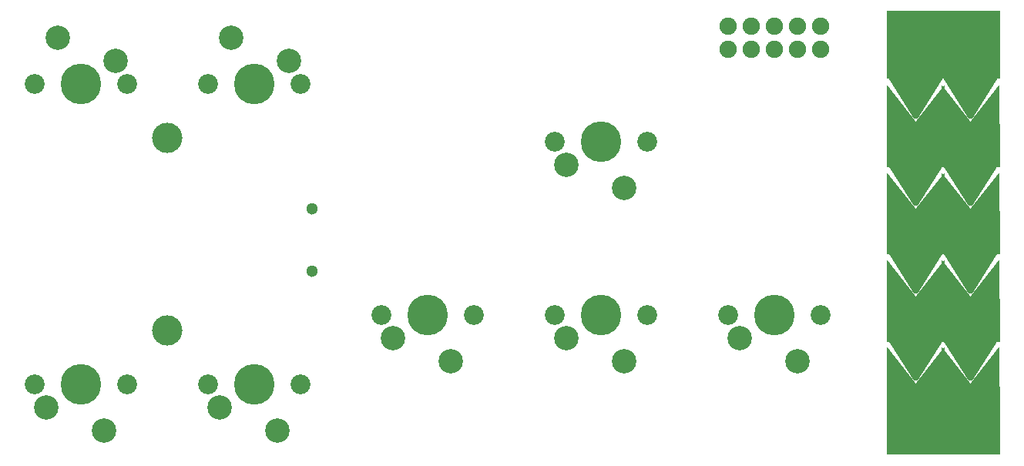
<source format=gbr>
G04 #@! TF.FileFunction,Soldermask,Bot*
%FSLAX46Y46*%
G04 Gerber Fmt 4.6, Leading zero omitted, Abs format (unit mm)*
G04 Created by KiCad (PCBNEW 4.0.4-stable) date 10/20/17 22:24:28*
%MOMM*%
%LPD*%
G01*
G04 APERTURE LIST*
%ADD10C,0.100000*%
%ADD11C,3.321000*%
%ADD12C,2.178000*%
%ADD13C,2.686000*%
%ADD14C,4.464000*%
%ADD15C,1.900000*%
%ADD16R,6.400000X7.566666*%
%ADD17R,6.400000X4.700000*%
%ADD18C,1.300000*%
G04 APERTURE END LIST*
D10*
D11*
X98425000Y-112153700D03*
X98425000Y-91046300D03*
D12*
X140970000Y-110490000D03*
X151130000Y-110490000D03*
D13*
X142240000Y-113030000D03*
X148590000Y-115570000D03*
D14*
X146050000Y-110490000D03*
D12*
X160020000Y-110490000D03*
X170180000Y-110490000D03*
D13*
X161290000Y-113030000D03*
X167640000Y-115570000D03*
D14*
X165100000Y-110490000D03*
D12*
X121920000Y-110490000D03*
X132080000Y-110490000D03*
D13*
X123190000Y-113030000D03*
X129540000Y-115570000D03*
D14*
X127000000Y-110490000D03*
D15*
X160020000Y-78740000D03*
X160020000Y-81280000D03*
X162560000Y-78740000D03*
X162560000Y-81280000D03*
X165100000Y-78740000D03*
X165100000Y-81280000D03*
X167640000Y-78740000D03*
X167640000Y-81280000D03*
X170180000Y-78740000D03*
X170180000Y-81280000D03*
D16*
X186690000Y-122083333D03*
D10*
G36*
X186890000Y-118700000D02*
X183490000Y-123000000D01*
X183490000Y-114000000D01*
X186890000Y-118300000D01*
X186890000Y-118700000D01*
X186890000Y-118700000D01*
G37*
G36*
X189890000Y-123000000D02*
X186490000Y-118700000D01*
X186490000Y-118300000D01*
X189890000Y-114000000D01*
X189890000Y-123000000D01*
X189890000Y-123000000D01*
G37*
D17*
X186690000Y-111050000D03*
D10*
G36*
X186890000Y-109100000D02*
X183490000Y-113400000D01*
X183490000Y-104400000D01*
X186890000Y-108700000D01*
X186890000Y-109100000D01*
X186890000Y-109100000D01*
G37*
G36*
X189890000Y-113400000D02*
X186490000Y-109100000D01*
X186490000Y-108700000D01*
X189890000Y-104400000D01*
X189890000Y-113400000D01*
X189890000Y-113400000D01*
G37*
G36*
X186890000Y-117700000D02*
X186490000Y-117700000D01*
X183490000Y-113000000D01*
X189890000Y-113000000D01*
X186890000Y-117700000D01*
X186890000Y-117700000D01*
G37*
D17*
X186690000Y-101450000D03*
D10*
G36*
X186890000Y-99500000D02*
X183490000Y-103800000D01*
X183490000Y-94800000D01*
X186890000Y-99100000D01*
X186890000Y-99500000D01*
X186890000Y-99500000D01*
G37*
G36*
X189890000Y-103800000D02*
X186490000Y-99500000D01*
X186490000Y-99100000D01*
X189890000Y-94800000D01*
X189890000Y-103800000D01*
X189890000Y-103800000D01*
G37*
G36*
X186890000Y-108100000D02*
X186490000Y-108100000D01*
X183490000Y-103400000D01*
X189890000Y-103400000D01*
X186890000Y-108100000D01*
X186890000Y-108100000D01*
G37*
D17*
X186690000Y-91850000D03*
D10*
G36*
X186890000Y-89900000D02*
X183490000Y-94200000D01*
X183490000Y-85200000D01*
X186890000Y-89500000D01*
X186890000Y-89900000D01*
X186890000Y-89900000D01*
G37*
G36*
X189890000Y-94200000D02*
X186490000Y-89900000D01*
X186490000Y-89500000D01*
X189890000Y-85200000D01*
X189890000Y-94200000D01*
X189890000Y-94200000D01*
G37*
G36*
X186890000Y-98500000D02*
X186490000Y-98500000D01*
X183490000Y-93800000D01*
X189890000Y-93800000D01*
X186890000Y-98500000D01*
X186890000Y-98500000D01*
G37*
D16*
X186690000Y-80816667D03*
D10*
G36*
X186890000Y-88900000D02*
X186490000Y-88900000D01*
X183490000Y-84200000D01*
X189890000Y-84200000D01*
X186890000Y-88900000D01*
X186890000Y-88900000D01*
G37*
D16*
X180690000Y-122083333D03*
D10*
G36*
X180890000Y-118700000D02*
X177490000Y-123000000D01*
X177490000Y-114000000D01*
X180890000Y-118300000D01*
X180890000Y-118700000D01*
X180890000Y-118700000D01*
G37*
G36*
X183890000Y-123000000D02*
X180490000Y-118700000D01*
X180490000Y-118300000D01*
X183890000Y-114000000D01*
X183890000Y-123000000D01*
X183890000Y-123000000D01*
G37*
D17*
X180690000Y-111050000D03*
D10*
G36*
X180890000Y-109100000D02*
X177490000Y-113400000D01*
X177490000Y-104400000D01*
X180890000Y-108700000D01*
X180890000Y-109100000D01*
X180890000Y-109100000D01*
G37*
G36*
X183890000Y-113400000D02*
X180490000Y-109100000D01*
X180490000Y-108700000D01*
X183890000Y-104400000D01*
X183890000Y-113400000D01*
X183890000Y-113400000D01*
G37*
G36*
X180890000Y-117700000D02*
X180490000Y-117700000D01*
X177490000Y-113000000D01*
X183890000Y-113000000D01*
X180890000Y-117700000D01*
X180890000Y-117700000D01*
G37*
D17*
X180690000Y-101450000D03*
D10*
G36*
X180890000Y-99500000D02*
X177490000Y-103800000D01*
X177490000Y-94800000D01*
X180890000Y-99100000D01*
X180890000Y-99500000D01*
X180890000Y-99500000D01*
G37*
G36*
X183890000Y-103800000D02*
X180490000Y-99500000D01*
X180490000Y-99100000D01*
X183890000Y-94800000D01*
X183890000Y-103800000D01*
X183890000Y-103800000D01*
G37*
G36*
X180890000Y-108100000D02*
X180490000Y-108100000D01*
X177490000Y-103400000D01*
X183890000Y-103400000D01*
X180890000Y-108100000D01*
X180890000Y-108100000D01*
G37*
D17*
X180690000Y-91850000D03*
D10*
G36*
X180890000Y-89900000D02*
X177490000Y-94200000D01*
X177490000Y-85200000D01*
X180890000Y-89500000D01*
X180890000Y-89900000D01*
X180890000Y-89900000D01*
G37*
G36*
X183890000Y-94200000D02*
X180490000Y-89900000D01*
X180490000Y-89500000D01*
X183890000Y-85200000D01*
X183890000Y-94200000D01*
X183890000Y-94200000D01*
G37*
G36*
X180890000Y-98500000D02*
X180490000Y-98500000D01*
X177490000Y-93800000D01*
X183890000Y-93800000D01*
X180890000Y-98500000D01*
X180890000Y-98500000D01*
G37*
D16*
X180690000Y-80816667D03*
D10*
G36*
X180890000Y-88900000D02*
X180490000Y-88900000D01*
X177490000Y-84200000D01*
X183890000Y-84200000D01*
X180890000Y-88900000D01*
X180890000Y-88900000D01*
G37*
D12*
X93980000Y-85090000D03*
X83820000Y-85090000D03*
D13*
X92710000Y-82550000D03*
X86360000Y-80010000D03*
D14*
X88900000Y-85090000D03*
D12*
X83820000Y-118110000D03*
X93980000Y-118110000D03*
D13*
X85090000Y-120650000D03*
X91440000Y-123190000D03*
D14*
X88900000Y-118110000D03*
D12*
X102870000Y-118110000D03*
X113030000Y-118110000D03*
D13*
X104140000Y-120650000D03*
X110490000Y-123190000D03*
D14*
X107950000Y-118110000D03*
D12*
X140970000Y-91440000D03*
X151130000Y-91440000D03*
D13*
X142240000Y-93980000D03*
X148590000Y-96520000D03*
D14*
X146050000Y-91440000D03*
D12*
X113030000Y-85090000D03*
X102870000Y-85090000D03*
D13*
X111760000Y-82550000D03*
X105410000Y-80010000D03*
D14*
X107950000Y-85090000D03*
D18*
X114300000Y-105635000D03*
X114300000Y-98835000D03*
M02*

</source>
